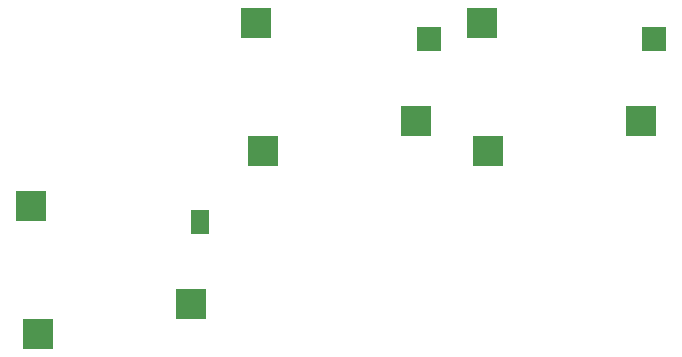
<source format=gbr>
G04 #@! TF.GenerationSoftware,KiCad,Pcbnew,(5.1.4)-1*
G04 #@! TF.CreationDate,2023-09-09T05:28:25-04:00*
G04 #@! TF.ProjectId,ThumbsUp,5468756d-6273-4557-902e-6b696361645f,rev?*
G04 #@! TF.SameCoordinates,Original*
G04 #@! TF.FileFunction,Paste,Bot*
G04 #@! TF.FilePolarity,Positive*
%FSLAX46Y46*%
G04 Gerber Fmt 4.6, Leading zero omitted, Abs format (unit mm)*
G04 Created by KiCad (PCBNEW (5.1.4)-1) date 2023-09-09 05:28:25*
%MOMM*%
%LPD*%
G04 APERTURE LIST*
%ADD10R,2.550000X2.500000*%
%ADD11R,1.500000X2.000000*%
%ADD12R,2.000000X2.000000*%
G04 APERTURE END LIST*
D10*
X-161640000Y-417010061D03*
D11*
X-147370000Y-418390061D03*
D10*
X-161082000Y-427840061D03*
X-148155000Y-425300061D03*
X-123510000Y-401510061D03*
D12*
X-108910000Y-402860061D03*
D10*
X-122952000Y-412340061D03*
X-110025000Y-409800061D03*
X-142573954Y-401510061D03*
D12*
X-127973954Y-402860061D03*
D10*
X-142015954Y-412340061D03*
X-129088954Y-409800061D03*
M02*

</source>
